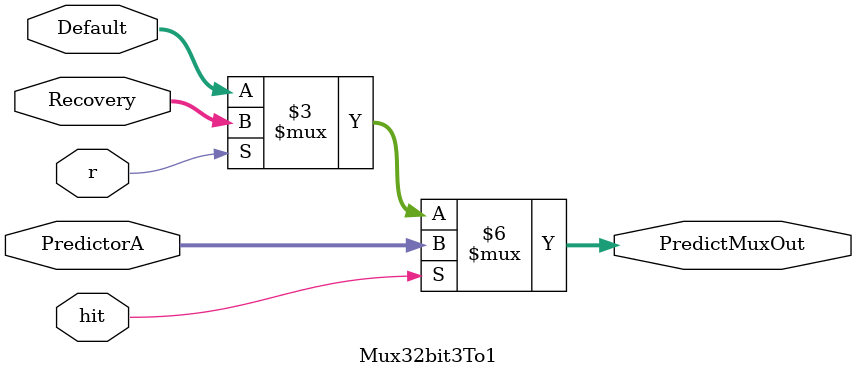
<source format=v>
`timescale 1ns / 1ps
module Mux32bit3To1(PredictorA, Default, Recovery, hit, r, PredictMuxOut);

input [31:0] PredictorA, Default, Recovery;
input hit, r;
output reg [31:0] PredictMuxOut;

always@(PredictorA, Default, Recovery, hit, r) begin

	if(hit)
		PredictMuxOut <= PredictorA;
	else if(r)
		PredictMuxOut <=Recovery;
	else
		PredictMuxOut <= Default;	//brings back old pc+4 from before miss jump
end
endmodule

</source>
